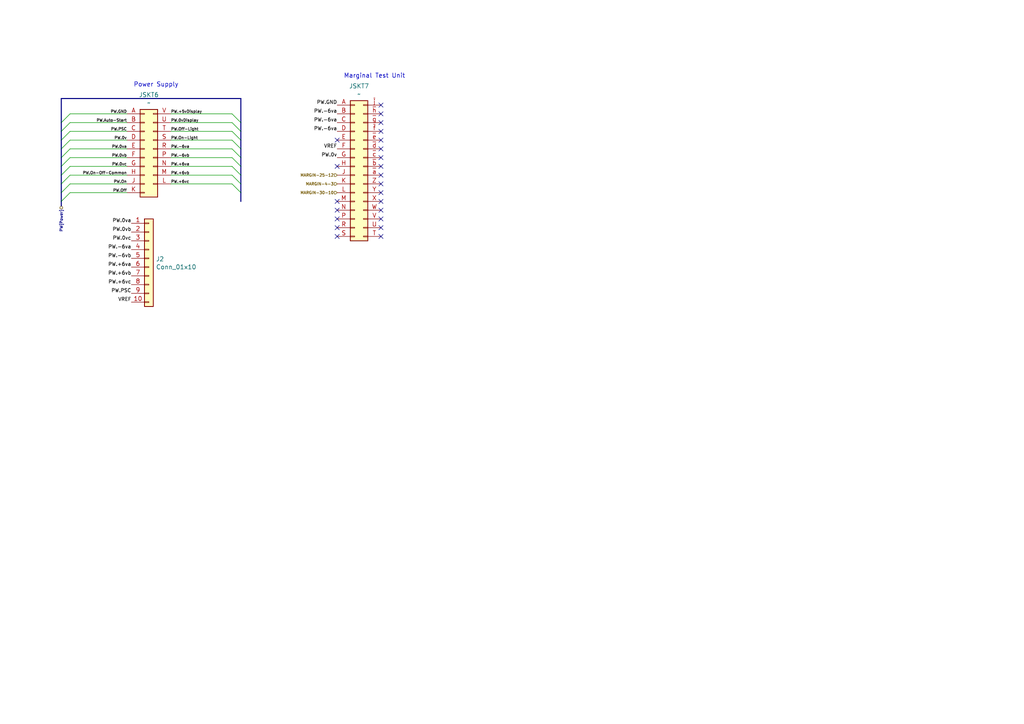
<source format=kicad_sch>
(kicad_sch (version 20211123) (generator eeschema)

  (uuid f64ec743-2609-40a5-9e13-4006f88792c6)

  (paper "A4")

  (title_block
    (title "Sockets")
    (date "2023-02-11")
  )

  (lib_symbols
    (symbol "Connector_Generic:Conn_01x10" (pin_names (offset 1.016) hide) (in_bom yes) (on_board yes)
      (property "Reference" "J" (id 0) (at 0 12.7 0)
        (effects (font (size 1.27 1.27)))
      )
      (property "Value" "Conn_01x10" (id 1) (at 0 -15.24 0)
        (effects (font (size 1.27 1.27)))
      )
      (property "Footprint" "" (id 2) (at 0 0 0)
        (effects (font (size 1.27 1.27)) hide)
      )
      (property "Datasheet" "~" (id 3) (at 0 0 0)
        (effects (font (size 1.27 1.27)) hide)
      )
      (property "ki_keywords" "connector" (id 4) (at 0 0 0)
        (effects (font (size 1.27 1.27)) hide)
      )
      (property "ki_description" "Generic connector, single row, 01x10, script generated (kicad-library-utils/schlib/autogen/connector/)" (id 5) (at 0 0 0)
        (effects (font (size 1.27 1.27)) hide)
      )
      (property "ki_fp_filters" "Connector*:*_1x??_*" (id 6) (at 0 0 0)
        (effects (font (size 1.27 1.27)) hide)
      )
      (symbol "Conn_01x10_1_1"
        (rectangle (start -1.27 -12.573) (end 0 -12.827)
          (stroke (width 0.1524) (type default) (color 0 0 0 0))
          (fill (type none))
        )
        (rectangle (start -1.27 -10.033) (end 0 -10.287)
          (stroke (width 0.1524) (type default) (color 0 0 0 0))
          (fill (type none))
        )
        (rectangle (start -1.27 -7.493) (end 0 -7.747)
          (stroke (width 0.1524) (type default) (color 0 0 0 0))
          (fill (type none))
        )
        (rectangle (start -1.27 -4.953) (end 0 -5.207)
          (stroke (width 0.1524) (type default) (color 0 0 0 0))
          (fill (type none))
        )
        (rectangle (start -1.27 -2.413) (end 0 -2.667)
          (stroke (width 0.1524) (type default) (color 0 0 0 0))
          (fill (type none))
        )
        (rectangle (start -1.27 0.127) (end 0 -0.127)
          (stroke (width 0.1524) (type default) (color 0 0 0 0))
          (fill (type none))
        )
        (rectangle (start -1.27 2.667) (end 0 2.413)
          (stroke (width 0.1524) (type default) (color 0 0 0 0))
          (fill (type none))
        )
        (rectangle (start -1.27 5.207) (end 0 4.953)
          (stroke (width 0.1524) (type default) (color 0 0 0 0))
          (fill (type none))
        )
        (rectangle (start -1.27 7.747) (end 0 7.493)
          (stroke (width 0.1524) (type default) (color 0 0 0 0))
          (fill (type none))
        )
        (rectangle (start -1.27 10.287) (end 0 10.033)
          (stroke (width 0.1524) (type default) (color 0 0 0 0))
          (fill (type none))
        )
        (rectangle (start -1.27 11.43) (end 1.27 -13.97)
          (stroke (width 0.254) (type default) (color 0 0 0 0))
          (fill (type background))
        )
        (pin passive line (at -5.08 10.16 0) (length 3.81)
          (name "Pin_1" (effects (font (size 1.27 1.27))))
          (number "1" (effects (font (size 1.27 1.27))))
        )
        (pin passive line (at -5.08 -12.7 0) (length 3.81)
          (name "Pin_10" (effects (font (size 1.27 1.27))))
          (number "10" (effects (font (size 1.27 1.27))))
        )
        (pin passive line (at -5.08 7.62 0) (length 3.81)
          (name "Pin_2" (effects (font (size 1.27 1.27))))
          (number "2" (effects (font (size 1.27 1.27))))
        )
        (pin passive line (at -5.08 5.08 0) (length 3.81)
          (name "Pin_3" (effects (font (size 1.27 1.27))))
          (number "3" (effects (font (size 1.27 1.27))))
        )
        (pin passive line (at -5.08 2.54 0) (length 3.81)
          (name "Pin_4" (effects (font (size 1.27 1.27))))
          (number "4" (effects (font (size 1.27 1.27))))
        )
        (pin passive line (at -5.08 0 0) (length 3.81)
          (name "Pin_5" (effects (font (size 1.27 1.27))))
          (number "5" (effects (font (size 1.27 1.27))))
        )
        (pin passive line (at -5.08 -2.54 0) (length 3.81)
          (name "Pin_6" (effects (font (size 1.27 1.27))))
          (number "6" (effects (font (size 1.27 1.27))))
        )
        (pin passive line (at -5.08 -5.08 0) (length 3.81)
          (name "Pin_7" (effects (font (size 1.27 1.27))))
          (number "7" (effects (font (size 1.27 1.27))))
        )
        (pin passive line (at -5.08 -7.62 0) (length 3.81)
          (name "Pin_8" (effects (font (size 1.27 1.27))))
          (number "8" (effects (font (size 1.27 1.27))))
        )
        (pin passive line (at -5.08 -10.16 0) (length 3.81)
          (name "Pin_9" (effects (font (size 1.27 1.27))))
          (number "9" (effects (font (size 1.27 1.27))))
        )
      )
    )
    (symbol "Sockets-rescue:Circ19-LSA" (pin_names (offset 1.016) hide) (in_bom yes) (on_board yes)
      (property "Reference" "J" (id 0) (at 6.35 2.54 0)
        (effects (font (size 1.27 1.27)))
      )
      (property "Value" "Circ19-LSA" (id 1) (at 6.35 -25.4 0)
        (effects (font (size 1.27 1.27)))
      )
      (property "Footprint" "" (id 2) (at 5.08 -38.1 0)
        (effects (font (size 1.27 1.27)) hide)
      )
      (property "Datasheet" "" (id 3) (at 5.08 -38.1 0)
        (effects (font (size 1.27 1.27)) hide)
      )
      (property "ki_fp_filters" "Connector*:*2Rows*Pins__* *FCC*2Rows*Pins__*" (id 4) (at 0 0 0)
        (effects (font (size 1.27 1.27)) hide)
      )
      (symbol "Circ19-LSA_1_1"
        (rectangle (start 3.81 -22.733) (end 5.08 -22.987)
          (stroke (width 0.1524) (type default) (color 0 0 0 0))
          (fill (type none))
        )
        (rectangle (start 3.81 -20.193) (end 5.08 -20.447)
          (stroke (width 0.1524) (type default) (color 0 0 0 0))
          (fill (type none))
        )
        (rectangle (start 3.81 -17.653) (end 5.08 -17.907)
          (stroke (width 0.1524) (type default) (color 0 0 0 0))
          (fill (type none))
        )
        (rectangle (start 3.81 -15.113) (end 5.08 -15.367)
          (stroke (width 0.1524) (type default) (color 0 0 0 0))
          (fill (type none))
        )
        (rectangle (start 3.81 -12.573) (end 5.08 -12.827)
          (stroke (width 0.1524) (type default) (color 0 0 0 0))
          (fill (type none))
        )
        (rectangle (start 3.81 -10.033) (end 5.08 -10.287)
          (stroke (width 0.1524) (type default) (color 0 0 0 0))
          (fill (type none))
        )
        (rectangle (start 3.81 -7.493) (end 5.08 -7.747)
          (stroke (width 0.1524) (type default) (color 0 0 0 0))
          (fill (type none))
        )
        (rectangle (start 3.81 -4.953) (end 5.08 -5.207)
          (stroke (width 0.1524) (type default) (color 0 0 0 0))
          (fill (type none))
        )
        (rectangle (start 3.81 -2.413) (end 5.08 -2.667)
          (stroke (width 0.1524) (type default) (color 0 0 0 0))
          (fill (type none))
        )
        (rectangle (start 3.81 0.127) (end 5.08 -0.127)
          (stroke (width 0.1524) (type default) (color 0 0 0 0))
          (fill (type none))
        )
        (rectangle (start 3.81 1.27) (end 8.89 -24.13)
          (stroke (width 0.254) (type default) (color 0 0 0 0))
          (fill (type background))
        )
        (rectangle (start 8.89 -20.193) (end 7.62 -20.447)
          (stroke (width 0.1524) (type default) (color 0 0 0 0))
          (fill (type none))
        )
        (rectangle (start 8.89 -17.653) (end 7.62 -17.907)
          (stroke (width 0.1524) (type default) (color 0 0 0 0))
          (fill (type none))
        )
        (rectangle (start 8.89 -15.113) (end 7.62 -15.367)
          (stroke (width 0.1524) (type default) (color 0 0 0 0))
          (fill (type none))
        )
        (rectangle (start 8.89 -12.573) (end 7.62 -12.827)
          (stroke (width 0.1524) (type default) (color 0 0 0 0))
          (fill (type none))
        )
        (rectangle (start 8.89 -10.033) (end 7.62 -10.287)
          (stroke (width 0.1524) (type default) (color 0 0 0 0))
          (fill (type none))
        )
        (rectangle (start 8.89 -7.493) (end 7.62 -7.747)
          (stroke (width 0.1524) (type default) (color 0 0 0 0))
          (fill (type none))
        )
        (rectangle (start 8.89 -4.953) (end 7.62 -5.207)
          (stroke (width 0.1524) (type default) (color 0 0 0 0))
          (fill (type none))
        )
        (rectangle (start 8.89 -2.413) (end 7.62 -2.667)
          (stroke (width 0.1524) (type default) (color 0 0 0 0))
          (fill (type none))
        )
        (rectangle (start 8.89 0.127) (end 7.62 -0.127)
          (stroke (width 0.1524) (type default) (color 0 0 0 0))
          (fill (type none))
        )
        (pin passive line (at 0 0 0) (length 3.81)
          (name "A" (effects (font (size 1.27 1.27))))
          (number "A" (effects (font (size 1.27 1.27))))
        )
        (pin passive line (at 0 -2.54 0) (length 3.81)
          (name "B" (effects (font (size 1.27 1.27))))
          (number "B" (effects (font (size 1.27 1.27))))
        )
        (pin passive line (at 0 -5.08 0) (length 3.81)
          (name "C" (effects (font (size 1.27 1.27))))
          (number "C" (effects (font (size 1.27 1.27))))
        )
        (pin passive line (at 0 -7.62 0) (length 3.81)
          (name "D" (effects (font (size 1.27 1.27))))
          (number "D" (effects (font (size 1.27 1.27))))
        )
        (pin passive line (at 0 -10.16 0) (length 3.81)
          (name "E" (effects (font (size 1.27 1.27))))
          (number "E" (effects (font (size 1.27 1.27))))
        )
        (pin passive line (at 0 -12.7 0) (length 3.81)
          (name "F" (effects (font (size 1.27 1.27))))
          (number "F" (effects (font (size 1.27 1.27))))
        )
        (pin passive line (at 0 -15.24 0) (length 3.81)
          (name "G" (effects (font (size 1.27 1.27))))
          (number "G" (effects (font (size 1.27 1.27))))
        )
        (pin passive line (at 0 -17.78 0) (length 3.81)
          (name "H" (effects (font (size 1.27 1.27))))
          (number "H" (effects (font (size 1.27 1.27))))
        )
        (pin passive line (at 0 -20.32 0) (length 3.81)
          (name "J" (effects (font (size 1.27 1.27))))
          (number "J" (effects (font (size 1.27 1.27))))
        )
        (pin passive line (at 0 -22.86 0) (length 3.81)
          (name "K" (effects (font (size 1.27 1.27))))
          (number "K" (effects (font (size 1.27 1.27))))
        )
        (pin passive line (at 12.7 -20.32 180) (length 3.81)
          (name "L" (effects (font (size 1.27 1.27))))
          (number "L" (effects (font (size 1.27 1.27))))
        )
        (pin passive line (at 12.7 -17.78 180) (length 3.81)
          (name "M" (effects (font (size 1.27 1.27))))
          (number "M" (effects (font (size 1.27 1.27))))
        )
        (pin passive line (at 12.7 -15.24 180) (length 3.81)
          (name "N" (effects (font (size 1.27 1.27))))
          (number "N" (effects (font (size 1.27 1.27))))
        )
        (pin passive line (at 12.7 -12.7 180) (length 3.81)
          (name "P" (effects (font (size 1.27 1.27))))
          (number "P" (effects (font (size 1.27 1.27))))
        )
        (pin passive line (at 12.7 -10.16 180) (length 3.81)
          (name "R" (effects (font (size 1.27 1.27))))
          (number "R" (effects (font (size 1.27 1.27))))
        )
        (pin passive line (at 12.7 -7.62 180) (length 3.81)
          (name "S" (effects (font (size 1.27 1.27))))
          (number "S" (effects (font (size 1.27 1.27))))
        )
        (pin passive line (at 12.7 -5.08 180) (length 3.81)
          (name "T" (effects (font (size 1.27 1.27))))
          (number "T" (effects (font (size 1.27 1.27))))
        )
        (pin passive line (at 12.7 -2.54 180) (length 3.81)
          (name "U" (effects (font (size 1.27 1.27))))
          (number "U" (effects (font (size 1.27 1.27))))
        )
        (pin passive line (at 12.7 0 180) (length 3.81)
          (name "V" (effects (font (size 1.27 1.27))))
          (number "V" (effects (font (size 1.27 1.27))))
        )
      )
    )
    (symbol "Sockets-rescue:Circ32-LSA" (pin_names (offset 0.0254) hide) (in_bom yes) (on_board yes)
      (property "Reference" "J" (id 0) (at 6.35 -40.64 0)
        (effects (font (size 1.27 1.27)))
      )
      (property "Value" "Circ32-LSA" (id 1) (at 6.35 2.54 0)
        (effects (font (size 1.27 1.27)))
      )
      (property "Footprint" "" (id 2) (at 13.97 -50.8 0)
        (effects (font (size 1.27 1.27)) hide)
      )
      (property "Datasheet" "" (id 3) (at 13.97 -50.8 0)
        (effects (font (size 1.27 1.27)) hide)
      )
      (symbol "Circ32-LSA_1_1"
        (rectangle (start 3.81 -37.973) (end 5.08 -38.227)
          (stroke (width 0.1524) (type default) (color 0 0 0 0))
          (fill (type none))
        )
        (rectangle (start 3.81 -35.433) (end 5.08 -35.687)
          (stroke (width 0.1524) (type default) (color 0 0 0 0))
          (fill (type none))
        )
        (rectangle (start 3.81 -32.893) (end 5.08 -33.147)
          (stroke (width 0.1524) (type default) (color 0 0 0 0))
          (fill (type none))
        )
        (rectangle (start 3.81 -30.353) (end 5.08 -30.607)
          (stroke (width 0.1524) (type default) (color 0 0 0 0))
          (fill (type none))
        )
        (rectangle (start 3.81 -27.813) (end 5.08 -28.067)
          (stroke (width 0.1524) (type default) (color 0 0 0 0))
          (fill (type none))
        )
        (rectangle (start 3.81 -25.273) (end 5.08 -25.527)
          (stroke (width 0.1524) (type default) (color 0 0 0 0))
          (fill (type none))
        )
        (rectangle (start 3.81 -22.733) (end 5.08 -22.987)
          (stroke (width 0.1524) (type default) (color 0 0 0 0))
          (fill (type none))
        )
        (rectangle (start 3.81 -20.193) (end 5.08 -20.447)
          (stroke (width 0.1524) (type default) (color 0 0 0 0))
          (fill (type none))
        )
        (rectangle (start 3.81 -17.653) (end 5.08 -17.907)
          (stroke (width 0.1524) (type default) (color 0 0 0 0))
          (fill (type none))
        )
        (rectangle (start 3.81 -15.113) (end 5.08 -15.367)
          (stroke (width 0.1524) (type default) (color 0 0 0 0))
          (fill (type none))
        )
        (rectangle (start 3.81 -12.573) (end 5.08 -12.827)
          (stroke (width 0.1524) (type default) (color 0 0 0 0))
          (fill (type none))
        )
        (rectangle (start 3.81 -10.033) (end 5.08 -10.287)
          (stroke (width 0.1524) (type default) (color 0 0 0 0))
          (fill (type none))
        )
        (rectangle (start 3.81 -7.493) (end 5.08 -7.747)
          (stroke (width 0.1524) (type default) (color 0 0 0 0))
          (fill (type none))
        )
        (rectangle (start 3.81 -4.953) (end 5.08 -5.207)
          (stroke (width 0.1524) (type default) (color 0 0 0 0))
          (fill (type none))
        )
        (rectangle (start 3.81 -2.413) (end 5.08 -2.667)
          (stroke (width 0.1524) (type default) (color 0 0 0 0))
          (fill (type none))
        )
        (rectangle (start 3.81 0.127) (end 5.08 -0.127)
          (stroke (width 0.1524) (type default) (color 0 0 0 0))
          (fill (type none))
        )
        (rectangle (start 8.89 -37.973) (end 7.62 -38.227)
          (stroke (width 0.1524) (type default) (color 0 0 0 0))
          (fill (type none))
        )
        (rectangle (start 8.89 -35.433) (end 7.62 -35.687)
          (stroke (width 0.1524) (type default) (color 0 0 0 0))
          (fill (type none))
        )
        (rectangle (start 8.89 -32.893) (end 7.62 -33.147)
          (stroke (width 0.1524) (type default) (color 0 0 0 0))
          (fill (type none))
        )
        (rectangle (start 8.89 -30.353) (end 7.62 -30.607)
          (stroke (width 0.1524) (type default) (color 0 0 0 0))
          (fill (type none))
        )
        (rectangle (start 8.89 -27.813) (end 7.62 -28.067)
          (stroke (width 0.1524) (type default) (color 0 0 0 0))
          (fill (type none))
        )
        (rectangle (start 8.89 -25.273) (end 7.62 -25.527)
          (stroke (width 0.1524) (type default) (color 0 0 0 0))
          (fill (type none))
        )
        (rectangle (start 8.89 -22.733) (end 7.62 -22.987)
          (stroke (width 0.1524) (type default) (color 0 0 0 0))
          (fill (type none))
        )
        (rectangle (start 8.89 -20.193) (end 7.62 -20.447)
          (stroke (width 0.1524) (type default) (color 0 0 0 0))
          (fill (type none))
        )
        (rectangle (start 8.89 -17.653) (end 7.62 -17.907)
          (stroke (width 0.1524) (type default) (color 0 0 0 0))
          (fill (type none))
        )
        (rectangle (start 8.89 -15.113) (end 7.62 -15.367)
          (stroke (width 0.1524) (type default) (color 0 0 0 0))
          (fill (type none))
        )
        (rectangle (start 8.89 -12.573) (end 7.62 -12.827)
          (stroke (width 0.1524) (type default) (color 0 0 0 0))
          (fill (type none))
        )
        (rectangle (start 8.89 -10.033) (end 7.62 -10.287)
          (stroke (width 0.1524) (type default) (color 0 0 0 0))
          (fill (type none))
        )
        (rectangle (start 8.89 -7.493) (end 7.62 -7.747)
          (stroke (width 0.1524) (type default) (color 0 0 0 0))
          (fill (type none))
        )
        (rectangle (start 8.89 -4.953) (end 7.62 -5.207)
          (stroke (width 0.1524) (type default) (color 0 0 0 0))
          (fill (type none))
        )
        (rectangle (start 8.89 -2.413) (end 7.62 -2.667)
          (stroke (width 0.1524) (type default) (color 0 0 0 0))
          (fill (type none))
        )
        (rectangle (start 8.89 0.127) (end 7.62 -0.127)
          (stroke (width 0.1524) (type default) (color 0 0 0 0))
          (fill (type none))
        )
        (rectangle (start 8.89 1.27) (end 3.81 -39.37)
          (stroke (width 0.254) (type default) (color 0 0 0 0))
          (fill (type background))
        )
        (pin passive line (at 0 0 0) (length 3.81)
          (name "A" (effects (font (size 1.27 1.27))))
          (number "A" (effects (font (size 1.27 1.27))))
        )
        (pin passive line (at 0 -2.54 0) (length 3.81)
          (name "B" (effects (font (size 1.27 1.27))))
          (number "B" (effects (font (size 1.27 1.27))))
        )
        (pin passive line (at 0 -5.08 0) (length 3.81)
          (name "C" (effects (font (size 1.27 1.27))))
          (number "C" (effects (font (size 1.27 1.27))))
        )
        (pin passive line (at 0 -7.62 0) (length 3.81)
          (name "D" (effects (font (size 1.27 1.27))))
          (number "D" (effects (font (size 1.27 1.27))))
        )
        (pin passive line (at 0 -10.16 0) (length 3.81)
          (name "E" (effects (font (size 1.27 1.27))))
          (number "E" (effects (font (size 1.27 1.27))))
        )
        (pin passive line (at 0 -12.7 0) (length 3.81)
          (name "F" (effects (font (size 1.27 1.27))))
          (number "F" (effects (font (size 1.27 1.27))))
        )
        (pin passive line (at 0 -15.24 0) (length 3.81)
          (name "G" (effects (font (size 1.27 1.27))))
          (number "G" (effects (font (size 1.27 1.27))))
        )
        (pin passive line (at 0 -17.78 0) (length 3.81)
          (name "H" (effects (font (size 1.27 1.27))))
          (number "H" (effects (font (size 1.27 1.27))))
        )
        (pin passive line (at 0 -20.32 0) (length 3.81)
          (name "J" (effects (font (size 1.27 1.27))))
          (number "J" (effects (font (size 1.27 1.27))))
        )
        (pin passive line (at 0 -22.86 0) (length 3.81)
          (name "K" (effects (font (size 1.27 1.27))))
          (number "K" (effects (font (size 1.27 1.27))))
        )
        (pin passive line (at 0 -25.4 0) (length 3.81)
          (name "L" (effects (font (size 1.27 1.27))))
          (number "L" (effects (font (size 1.27 1.27))))
        )
        (pin passive line (at 0 -27.94 0) (length 3.81)
          (name "M" (effects (font (size 1.27 1.27))))
          (number "M" (effects (font (size 1.27 1.27))))
        )
        (pin passive line (at 0 -30.48 0) (length 3.81)
          (name "N" (effects (font (size 1.27 1.27))))
          (number "N" (effects (font (size 1.27 1.27))))
        )
        (pin passive line (at 0 -33.02 0) (length 3.81)
          (name "P" (effects (font (size 1.27 1.27))))
          (number "P" (effects (font (size 1.27 1.27))))
        )
        (pin passive line (at 0 -35.56 0) (length 3.81)
          (name "R" (effects (font (size 1.27 1.27))))
          (number "R" (effects (font (size 1.27 1.27))))
        )
        (pin passive line (at 0 -38.1 0) (length 3.81)
          (name "S" (effects (font (size 1.27 1.27))))
          (number "S" (effects (font (size 1.27 1.27))))
        )
        (pin passive line (at 12.7 -38.1 180) (length 3.81)
          (name "T" (effects (font (size 1.27 1.27))))
          (number "T" (effects (font (size 1.27 1.27))))
        )
        (pin passive line (at 12.7 -35.56 180) (length 3.81)
          (name "U" (effects (font (size 1.27 1.27))))
          (number "U" (effects (font (size 1.27 1.27))))
        )
        (pin passive line (at 12.7 -33.02 180) (length 3.81)
          (name "V" (effects (font (size 1.27 1.27))))
          (number "V" (effects (font (size 1.27 1.27))))
        )
        (pin passive line (at 12.7 -30.48 180) (length 3.81)
          (name "W" (effects (font (size 1.27 1.27))))
          (number "W" (effects (font (size 1.27 1.27))))
        )
        (pin passive line (at 12.7 -27.94 180) (length 3.81)
          (name "X" (effects (font (size 1.27 1.27))))
          (number "X" (effects (font (size 1.27 1.27))))
        )
        (pin passive line (at 12.7 -25.4 180) (length 3.81)
          (name "Y" (effects (font (size 1.27 1.27))))
          (number "Y" (effects (font (size 1.27 1.27))))
        )
        (pin passive line (at 12.7 -22.86 180) (length 3.81)
          (name "Z" (effects (font (size 1.27 1.27))))
          (number "Z" (effects (font (size 1.27 1.27))))
        )
        (pin passive line (at 12.7 -20.32 180) (length 3.81)
          (name "~{a}" (effects (font (size 1.27 1.27))))
          (number "~{a}" (effects (font (size 1.27 1.27))))
        )
        (pin passive line (at 12.7 -17.78 180) (length 3.81)
          (name "~{b}" (effects (font (size 1.27 1.27))))
          (number "~{b}" (effects (font (size 1.27 1.27))))
        )
        (pin passive line (at 12.7 -15.24 180) (length 3.81)
          (name "~{c}" (effects (font (size 1.27 1.27))))
          (number "~{c}" (effects (font (size 1.27 1.27))))
        )
        (pin passive line (at 12.7 -12.7 180) (length 3.81)
          (name "~{d}" (effects (font (size 1.27 1.27))))
          (number "~{d}" (effects (font (size 1.27 1.27))))
        )
        (pin passive line (at 12.7 -10.16 180) (length 3.81)
          (name "~{e}" (effects (font (size 1.27 1.27))))
          (number "~{e}" (effects (font (size 1.27 1.27))))
        )
        (pin passive line (at 12.7 -7.62 180) (length 3.81)
          (name "~{f}" (effects (font (size 1.27 1.27))))
          (number "~{f}" (effects (font (size 1.27 1.27))))
        )
        (pin passive line (at 12.7 -5.08 180) (length 3.81)
          (name "~{g}" (effects (font (size 1.27 1.27))))
          (number "~{g}" (effects (font (size 1.27 1.27))))
        )
        (pin passive line (at 12.7 -2.54 180) (length 3.81)
          (name "~{h}" (effects (font (size 1.27 1.27))))
          (number "~{h}" (effects (font (size 1.27 1.27))))
        )
        (pin passive line (at 12.7 0 180) (length 3.81)
          (name "~{j}" (effects (font (size 1.27 1.27))))
          (number "~{j}" (effects (font (size 1.27 1.27))))
        )
      )
    )
  )



  (no_connect (at 110.49 53.34) (uuid 03de9dab-7054-4421-9c49-782d87206f12))
  (no_connect (at 97.79 58.42) (uuid 132ce2b3-f7ce-4777-802e-3e01b30d1d07))
  (no_connect (at 97.79 40.64) (uuid 1efc5a3c-3117-4bb3-a567-edcb666091ae))
  (no_connect (at 110.49 58.42) (uuid 355e2168-22e4-4dbe-867e-6ffe2e5768a4))
  (no_connect (at 110.49 35.56) (uuid 38216b3f-049f-46e3-a81a-64299cb727f1))
  (no_connect (at 110.49 45.72) (uuid 38a98261-df0d-486c-acf9-2d6938149f46))
  (no_connect (at 97.79 60.96) (uuid 39dc826d-81e9-4c42-ba03-bc95a484695a))
  (no_connect (at 110.49 40.64) (uuid 4a848587-719f-4242-aa7d-733674101c31))
  (no_connect (at 97.79 66.04) (uuid 4ab92eb9-987e-432b-8072-29b721db6ed3))
  (no_connect (at 97.79 63.5) (uuid 5257637c-a244-4046-a43e-e1db0b3cd683))
  (no_connect (at 110.49 43.18) (uuid 5eb589c8-52b5-4513-8811-d2dbd822be03))
  (no_connect (at 110.49 48.26) (uuid 89fe8a9d-01a3-4b69-ab8b-7601b1ed2db4))
  (no_connect (at 110.49 63.5) (uuid 95297895-9fea-4910-a5ef-408d0451223b))
  (no_connect (at 110.49 38.1) (uuid a81328d7-40f5-4672-a256-6b7b21337799))
  (no_connect (at 110.49 33.02) (uuid af69602e-8306-4580-9685-bdfb244fcc5f))
  (no_connect (at 110.49 68.58) (uuid bc70826d-5623-48c2-9364-eeba2da4cb39))
  (no_connect (at 110.49 60.96) (uuid cf4f6e24-d026-4e32-89db-eacc63d890a8))
  (no_connect (at 97.79 48.26) (uuid d64eda4d-0293-4c2c-af81-8ca4156fe0f7))
  (no_connect (at 97.79 68.58) (uuid e2dd0b46-e3e4-4568-bd29-e76decfd23a2))
  (no_connect (at 110.49 55.88) (uuid ef99a507-255b-450c-b6e8-72520fbb923d))
  (no_connect (at 110.49 30.48) (uuid f273cd63-55e8-4e41-8b37-4c2c293ed72d))
  (no_connect (at 110.49 66.04) (uuid f72ef62e-1e5f-4d73-be83-7b9192b630ce))
  (no_connect (at 110.49 50.8) (uuid fbe06ab6-23c6-4f41-8a03-d205e497b6d3))

  (bus_entry (at 17.78 43.18) (size 2.54 -2.54)
    (stroke (width 0) (type default) (color 0 0 0 0))
    (uuid 08526f9c-f95e-448a-a4ba-fabeaed174a4)
  )
  (bus_entry (at 69.85 55.88) (size -2.54 -2.54)
    (stroke (width 0) (type default) (color 0 0 0 0))
    (uuid 1bb0282c-8d37-49e0-9192-44ef4da69714)
  )
  (bus_entry (at 17.78 58.42) (size 2.54 -2.54)
    (stroke (width 0) (type default) (color 0 0 0 0))
    (uuid 2e6a6c4a-dd60-439b-9a0e-70adbc02eeda)
  )
  (bus_entry (at 69.85 53.34) (size -2.54 -2.54)
    (stroke (width 0) (type default) (color 0 0 0 0))
    (uuid 4624baf9-b35f-4c3a-a566-5e3b2d5536c6)
  )
  (bus_entry (at 69.85 45.72) (size -2.54 -2.54)
    (stroke (width 0) (type default) (color 0 0 0 0))
    (uuid 4c55ba26-21e6-4daf-8e42-9aab758a2e24)
  )
  (bus_entry (at 17.78 55.88) (size 2.54 -2.54)
    (stroke (width 0) (type default) (color 0 0 0 0))
    (uuid 581db0a9-be73-410c-b10b-952bdf28128f)
  )
  (bus_entry (at 17.78 48.26) (size 2.54 -2.54)
    (stroke (width 0) (type default) (color 0 0 0 0))
    (uuid 5ff998c9-1890-4c23-973c-e61ae699ec33)
  )
  (bus_entry (at 17.78 50.8) (size 2.54 -2.54)
    (stroke (width 0) (type default) (color 0 0 0 0))
    (uuid 932d0bec-2f8f-4804-bc2d-2df82c46e902)
  )
  (bus_entry (at 17.78 35.56) (size 2.54 -2.54)
    (stroke (width 0) (type default) (color 0 0 0 0))
    (uuid 93e629e4-8e8c-4c61-9c25-c8e27de38d88)
  )
  (bus_entry (at 69.85 48.26) (size -2.54 -2.54)
    (stroke (width 0) (type default) (color 0 0 0 0))
    (uuid 9a4bfa2d-4aa0-4ec7-8dcf-5ce4ad2fcbc0)
  )
  (bus_entry (at 69.85 35.56) (size -2.54 -2.54)
    (stroke (width 0) (type default) (color 0 0 0 0))
    (uuid b16212b7-f0e9-43b3-9ae2-0cbefa263e46)
  )
  (bus_entry (at 17.78 40.64) (size 2.54 -2.54)
    (stroke (width 0) (type default) (color 0 0 0 0))
    (uuid b6c9335f-c1e0-4560-a660-908fe9923835)
  )
  (bus_entry (at 17.78 38.1) (size 2.54 -2.54)
    (stroke (width 0) (type default) (color 0 0 0 0))
    (uuid cabc9de8-4e1a-428c-af28-4d91a0318292)
  )
  (bus_entry (at 69.85 43.18) (size -2.54 -2.54)
    (stroke (width 0) (type default) (color 0 0 0 0))
    (uuid e4a381a8-fb0d-406b-926a-cd65ac45530b)
  )
  (bus_entry (at 69.85 50.8) (size -2.54 -2.54)
    (stroke (width 0) (type default) (color 0 0 0 0))
    (uuid e8cb89aa-df56-48f3-8b1d-9b3e5da25f1c)
  )
  (bus_entry (at 69.85 40.64) (size -2.54 -2.54)
    (stroke (width 0) (type default) (color 0 0 0 0))
    (uuid ec68ba4e-76da-4262-96df-1cf8064c3546)
  )
  (bus_entry (at 69.85 38.1) (size -2.54 -2.54)
    (stroke (width 0) (type default) (color 0 0 0 0))
    (uuid efdfd327-26bd-4e86-84ac-1b200e98a1b0)
  )
  (bus_entry (at 17.78 53.34) (size 2.54 -2.54)
    (stroke (width 0) (type default) (color 0 0 0 0))
    (uuid f1fdcb68-6c1b-4489-9aaa-5ca81c1f087a)
  )
  (bus_entry (at 17.78 45.72) (size 2.54 -2.54)
    (stroke (width 0) (type default) (color 0 0 0 0))
    (uuid fb52d8cb-6e89-4f07-a7a9-c4559e775cd1)
  )

  (bus (pts (xy 17.78 53.34) (xy 17.78 55.88))
    (stroke (width 0) (type default) (color 0 0 0 0))
    (uuid 0413f3c6-5624-423c-997c-0af6f2a5de39)
  )

  (wire (pts (xy 20.32 45.72) (xy 36.83 45.72))
    (stroke (width 0) (type default) (color 0 0 0 0))
    (uuid 136e35f1-72bd-440a-b445-53b0e2a5f948)
  )
  (wire (pts (xy 20.32 43.18) (xy 36.83 43.18))
    (stroke (width 0) (type default) (color 0 0 0 0))
    (uuid 18d3ffc5-999d-443c-b59f-c0ca4b8724e6)
  )
  (wire (pts (xy 49.53 50.8) (xy 67.31 50.8))
    (stroke (width 0) (type default) (color 0 0 0 0))
    (uuid 19b64a13-e29e-4eac-81a8-3ece43d9ba60)
  )
  (bus (pts (xy 69.85 35.56) (xy 69.85 38.1))
    (stroke (width 0) (type default) (color 0 0 0 0))
    (uuid 1d1017c3-0e8a-457b-b39e-0e4ff3f0cc31)
  )
  (bus (pts (xy 17.78 40.64) (xy 17.78 43.18))
    (stroke (width 0) (type default) (color 0 0 0 0))
    (uuid 1de56391-ff95-42e1-8c9a-f51c7abe86d0)
  )

  (wire (pts (xy 20.32 48.26) (xy 36.83 48.26))
    (stroke (width 0) (type default) (color 0 0 0 0))
    (uuid 352fadc6-b2bd-49ad-b913-f57455db0dcf)
  )
  (wire (pts (xy 49.53 35.56) (xy 67.31 35.56))
    (stroke (width 0) (type default) (color 0 0 0 0))
    (uuid 3dcbfa71-a01d-42fb-aca6-878b486c9cd5)
  )
  (bus (pts (xy 17.78 58.42) (xy 17.78 59.69))
    (stroke (width 0) (type default) (color 0 0 0 0))
    (uuid 443a309e-18e2-4aca-904d-49fd26e0c27d)
  )
  (bus (pts (xy 69.85 45.72) (xy 69.85 48.26))
    (stroke (width 0) (type default) (color 0 0 0 0))
    (uuid 4fa38d2f-6aa7-46a8-8d18-c04f8397e2ab)
  )
  (bus (pts (xy 17.78 50.8) (xy 17.78 53.34))
    (stroke (width 0) (type default) (color 0 0 0 0))
    (uuid 636cc670-c5c7-43ab-b076-605dd2f61aa7)
  )
  (bus (pts (xy 17.78 28.575) (xy 69.85 28.575))
    (stroke (width 0) (type default) (color 0 0 0 0))
    (uuid 63eb1ef4-d4a6-47cb-9a22-9a294ab172f0)
  )
  (bus (pts (xy 69.85 28.575) (xy 69.85 35.56))
    (stroke (width 0) (type default) (color 0 0 0 0))
    (uuid 67a20d98-dd06-4678-ba59-41ceafcb5e76)
  )
  (bus (pts (xy 69.85 48.26) (xy 69.85 50.8))
    (stroke (width 0) (type default) (color 0 0 0 0))
    (uuid 709b1eed-6069-42d6-a6f9-eb371ff43b48)
  )

  (wire (pts (xy 20.32 33.02) (xy 36.83 33.02))
    (stroke (width 0) (type default) (color 0 0 0 0))
    (uuid 759547b5-dd7c-468e-bfcd-18c4e522894b)
  )
  (bus (pts (xy 69.85 55.88) (xy 69.85 58.42))
    (stroke (width 0) (type default) (color 0 0 0 0))
    (uuid 82f86d0d-e01a-4e8a-a5f9-903ecb2ca165)
  )
  (bus (pts (xy 17.78 43.18) (xy 17.78 45.72))
    (stroke (width 0) (type default) (color 0 0 0 0))
    (uuid 83b98819-b0e6-412b-a97e-19960461d4fc)
  )

  (wire (pts (xy 20.32 40.64) (xy 36.83 40.64))
    (stroke (width 0) (type default) (color 0 0 0 0))
    (uuid 89e5d693-31c1-4abd-bd1a-700dc803da3b)
  )
  (bus (pts (xy 17.78 35.56) (xy 17.78 38.1))
    (stroke (width 0) (type default) (color 0 0 0 0))
    (uuid 8bf763be-4c62-4232-b8ad-73929e38d614)
  )

  (wire (pts (xy 20.32 50.8) (xy 36.83 50.8))
    (stroke (width 0) (type default) (color 0 0 0 0))
    (uuid a94ca6bb-62ca-4b73-88b5-2a5205dcdeb5)
  )
  (wire (pts (xy 49.53 53.34) (xy 67.31 53.34))
    (stroke (width 0) (type default) (color 0 0 0 0))
    (uuid ab7e8434-a421-400d-9341-6001c0c56ae5)
  )
  (bus (pts (xy 17.78 38.1) (xy 17.78 40.64))
    (stroke (width 0) (type default) (color 0 0 0 0))
    (uuid afac653d-81a2-4de7-a3c5-6c4ee6434e8c)
  )
  (bus (pts (xy 17.78 55.88) (xy 17.78 58.42))
    (stroke (width 0) (type default) (color 0 0 0 0))
    (uuid b069c402-56a3-4b65-a4dd-69ee4bbfebef)
  )
  (bus (pts (xy 69.85 50.8) (xy 69.85 53.34))
    (stroke (width 0) (type default) (color 0 0 0 0))
    (uuid b208279e-033a-4b4a-a6fe-19e0708664f7)
  )
  (bus (pts (xy 69.85 40.64) (xy 69.85 43.18))
    (stroke (width 0) (type default) (color 0 0 0 0))
    (uuid b24a43a4-c231-46c0-8ebc-a981deb7336b)
  )
  (bus (pts (xy 17.78 48.26) (xy 17.78 50.8))
    (stroke (width 0) (type default) (color 0 0 0 0))
    (uuid b4e2b2ff-8cc1-4bfe-b892-c594106b71d9)
  )

  (wire (pts (xy 49.53 48.26) (xy 67.31 48.26))
    (stroke (width 0) (type default) (color 0 0 0 0))
    (uuid c7f1f277-7693-493e-b9fe-b784a4d9254b)
  )
  (wire (pts (xy 49.53 40.64) (xy 67.31 40.64))
    (stroke (width 0) (type default) (color 0 0 0 0))
    (uuid cc82ec9e-cead-485a-b3ff-cfb9d1661566)
  )
  (bus (pts (xy 69.85 43.18) (xy 69.85 45.72))
    (stroke (width 0) (type default) (color 0 0 0 0))
    (uuid ccfa098b-984a-4002-bfdc-d813604140c6)
  )

  (wire (pts (xy 20.32 53.34) (xy 36.83 53.34))
    (stroke (width 0) (type default) (color 0 0 0 0))
    (uuid cdc146a8-2a8a-4e56-9d7d-e2614eef7498)
  )
  (bus (pts (xy 17.78 45.72) (xy 17.78 48.26))
    (stroke (width 0) (type default) (color 0 0 0 0))
    (uuid d1ea9f02-3ad9-4207-bd36-4460a90a0253)
  )
  (bus (pts (xy 69.85 53.34) (xy 69.85 55.88))
    (stroke (width 0) (type default) (color 0 0 0 0))
    (uuid dcf4245e-62f3-4f00-b43e-065702c9d178)
  )

  (wire (pts (xy 49.53 43.18) (xy 67.31 43.18))
    (stroke (width 0) (type default) (color 0 0 0 0))
    (uuid df1d5856-735a-4079-859a-0ea43ed8ac87)
  )
  (bus (pts (xy 69.85 38.1) (xy 69.85 40.64))
    (stroke (width 0) (type default) (color 0 0 0 0))
    (uuid df574f33-4bab-4cac-9516-a351f41a0f01)
  )

  (wire (pts (xy 49.53 33.02) (xy 67.31 33.02))
    (stroke (width 0) (type default) (color 0 0 0 0))
    (uuid e0a5c282-fec9-407a-a9e9-3d6c06cc9d1b)
  )
  (wire (pts (xy 49.53 45.72) (xy 67.31 45.72))
    (stroke (width 0) (type default) (color 0 0 0 0))
    (uuid e5442504-3af1-413e-918c-c47dc68413ea)
  )
  (bus (pts (xy 17.78 28.575) (xy 17.78 35.56))
    (stroke (width 0) (type default) (color 0 0 0 0))
    (uuid e6bdeca0-8673-4501-adf2-8f2e3f4c2807)
  )

  (wire (pts (xy 20.32 55.88) (xy 36.83 55.88))
    (stroke (width 0) (type default) (color 0 0 0 0))
    (uuid eb4a305f-ab73-4de9-a09a-5cec8775e334)
  )
  (wire (pts (xy 49.53 38.1) (xy 67.31 38.1))
    (stroke (width 0) (type default) (color 0 0 0 0))
    (uuid f2610bcc-262f-4263-a772-0f77ff881d9d)
  )
  (wire (pts (xy 20.32 38.1) (xy 36.83 38.1))
    (stroke (width 0) (type default) (color 0 0 0 0))
    (uuid f6a5cfab-e4bb-4f26-ab1e-c70704ad8f30)
  )
  (wire (pts (xy 20.32 35.56) (xy 36.83 35.56))
    (stroke (width 0) (type default) (color 0 0 0 0))
    (uuid fb8d9c5e-3456-459e-a1a9-d36e35f38eea)
  )

  (text "Power Supply" (at 38.735 25.4 0)
    (effects (font (size 1.27 1.27)) (justify left bottom))
    (uuid 266cdafd-6b2c-4a5c-b94d-b58b2aaf5e53)
  )
  (text "Marginal Test Unit" (at 99.695 22.86 0)
    (effects (font (size 1.27 1.27)) (justify left bottom))
    (uuid 538d86ba-0cec-42a8-b32e-b32d5eff9e08)
  )

  (label "PW.+6vc" (at 49.53 53.34 0)
    (effects (font (size 0.8128 0.8128)) (justify left bottom))
    (uuid 1755f870-c08f-4ca1-aef2-f4b8f8780d5c)
  )
  (label "PW.PSC" (at 36.83 38.1 180)
    (effects (font (size 0.8128 0.8128)) (justify right bottom))
    (uuid 2024a5e4-e5fd-4d35-99c3-1db87879d38a)
  )
  (label "PW.PSC" (at 38.1 85.09 180)
    (effects (font (size 1.016 1.016)) (justify right bottom))
    (uuid 2a35e001-abfe-48d9-a4c6-95917eef4d18)
  )
  (label "PW.+6va" (at 49.53 48.26 0)
    (effects (font (size 0.8128 0.8128)) (justify left bottom))
    (uuid 2b1a35a4-5bcd-425a-b478-db71256b9191)
  )
  (label "PW.-6va" (at 97.79 33.02 180)
    (effects (font (size 1.016 1.016)) (justify right bottom))
    (uuid 38f56294-9e26-4304-818f-fb4194b15d8b)
  )
  (label "PW.0vDisplay" (at 49.53 35.56 0)
    (effects (font (size 0.8128 0.8128)) (justify left bottom))
    (uuid 4625b80e-5db2-4853-a625-ee79cdcfcc9a)
  )
  (label "PW.+6va" (at 38.1 77.47 180)
    (effects (font (size 1.016 1.016)) (justify right bottom))
    (uuid 4c078274-55f4-43f1-b38f-03f9735e0af5)
  )
  (label "PW.-6va" (at 38.1 72.39 180)
    (effects (font (size 1.016 1.016)) (justify right bottom))
    (uuid 4c471ebe-2370-4575-b6bf-bc0e3a2ab111)
  )
  (label "PW.+5vDisplay" (at 49.53 33.02 0)
    (effects (font (size 0.8128 0.8128)) (justify left bottom))
    (uuid 4ccb9121-d2f1-4692-9221-9a7e76021f06)
  )
  (label "PW.On-Light" (at 49.53 40.64 0)
    (effects (font (size 0.8128 0.8128)) (justify left bottom))
    (uuid 5750aa56-6501-497f-8b1b-821200c430b0)
  )
  (label "PW.-6va" (at 97.79 38.1 180)
    (effects (font (size 1.016 1.016)) (justify right bottom))
    (uuid 5827ee31-7de9-4860-803b-3a393c54b79d)
  )
  (label "VREF" (at 97.79 43.18 180)
    (effects (font (size 1.016 1.016)) (justify right bottom))
    (uuid 58b0d453-ccbf-4fb5-a924-1687921a4322)
  )
  (label "PW.+6vc" (at 38.1 82.55 180)
    (effects (font (size 1.016 1.016)) (justify right bottom))
    (uuid 656e6a05-8125-43dd-a262-261b0b76898d)
  )
  (label "PW.+6vb" (at 38.1 80.01 180)
    (effects (font (size 1.016 1.016)) (justify right bottom))
    (uuid 68e5c71c-4830-4363-b48c-ee1a34a6547b)
  )
  (label "PW.-6va" (at 49.53 43.18 0)
    (effects (font (size 0.8128 0.8128)) (justify left bottom))
    (uuid 6af1d233-760e-471b-9ee2-c76582b49e4c)
  )
  (label "PW.GND" (at 36.83 33.02 180)
    (effects (font (size 0.8128 0.8128)) (justify right bottom))
    (uuid 6e81795a-8cfa-45ef-b821-485f85f99965)
  )
  (label "PW.0vb" (at 38.1 67.31 180)
    (effects (font (size 1.016 1.016)) (justify right bottom))
    (uuid 6f14cb1b-f77f-4752-90ca-74292d6cfd65)
  )
  (label "VREF" (at 38.1 87.63 180)
    (effects (font (size 1.016 1.016)) (justify right bottom))
    (uuid 7875e288-bdca-47f2-8ab3-6c883a42c124)
  )
  (label "PW.GND" (at 97.79 30.48 180)
    (effects (font (size 1.016 1.016)) (justify right bottom))
    (uuid 7e05907a-9d9e-452a-be68-276b0865afa6)
  )
  (label "PW.+6vb" (at 49.53 50.8 0)
    (effects (font (size 0.8128 0.8128)) (justify left bottom))
    (uuid 811a3c61-4087-4232-8ce0-45d5f394e45d)
  )
  (label "PW.Off-Light" (at 49.53 38.1 0)
    (effects (font (size 0.8128 0.8128)) (justify left bottom))
    (uuid 81bb7a5e-9176-4ec8-9cba-ffb284fb0559)
  )
  (label "PW.0v" (at 36.83 40.64 180)
    (effects (font (size 0.8128 0.8128)) (justify right bottom))
    (uuid 86a9bdbd-db71-4c26-80a6-b9e62bb938fe)
  )
  (label "PW.-6va" (at 97.79 35.56 180)
    (effects (font (size 1.016 1.016)) (justify right bottom))
    (uuid 926b3706-17f2-4c63-b67d-75db0802fa95)
  )
  (label "PW.Off" (at 36.83 55.88 180)
    (effects (font (size 0.8128 0.8128)) (justify right bottom))
    (uuid 985ca575-dbea-4bb5-bfbe-52b8548301be)
  )
  (label "PW.Auto-Start" (at 36.83 35.56 180)
    (effects (font (size 0.8128 0.8128)) (justify right bottom))
    (uuid 9f1f9a76-b8ae-46c6-a490-e6b1e64b1b49)
  )
  (label "PW.0va" (at 38.1 64.77 180)
    (effects (font (size 1.016 1.016)) (justify right bottom))
    (uuid a4c759bf-30b7-48af-9d59-f23fab309842)
  )
  (label "PW.0vc" (at 38.1 69.85 180)
    (effects (font (size 1.016 1.016)) (justify right bottom))
    (uuid bf340598-ffe2-4a8c-942d-7560e0d94662)
  )
  (label "PW.0vb" (at 36.83 45.72 180)
    (effects (font (size 0.8128 0.8128)) (justify right bottom))
    (uuid ccbe7d5a-05f5-4bd9-bb9f-873640fe47b1)
  )
  (label "PW.-6vb" (at 38.1 74.93 180)
    (effects (font (size 1.016 1.016)) (justify right bottom))
    (uuid cf95298e-6f07-40b8-84f6-7a0b0f592d5f)
  )
  (label "PW.0vc" (at 36.83 48.26 180)
    (effects (font (size 0.8128 0.8128)) (justify right bottom))
    (uuid d5b7bbb0-186d-4ebf-b7ad-74028ce4de52)
  )
  (label "PW.On" (at 36.83 53.34 180)
    (effects (font (size 0.8128 0.8128)) (justify right bottom))
    (uuid dc5b55ea-ebcf-4efe-aa3b-5662e183d28b)
  )
  (label "PW.0v" (at 97.79 45.72 180)
    (effects (font (size 1.016 1.016)) (justify right bottom))
    (uuid de96f640-ef23-4bf9-b2c6-b4d40749e20b)
  )
  (label "PW.-6vb" (at 49.53 45.72 0)
    (effects (font (size 0.8128 0.8128)) (justify left bottom))
    (uuid ed5a94c9-f216-48eb-8d8c-6d9d29560fa1)
  )
  (label "PW.0va" (at 36.83 43.18 180)
    (effects (font (size 0.8128 0.8128)) (justify right bottom))
    (uuid eeef2502-cc8b-4412-b231-6b03e6b78c36)
  )
  (label "PW.On-Off-Common" (at 36.83 50.8 180)
    (effects (font (size 0.8128 0.8128)) (justify right bottom))
    (uuid f652e12c-14b1-4eb5-b4bf-640a4562f4d9)
  )

  (hierarchical_label "MARGIN-25-12" (shape input) (at 97.79 50.8 180)
    (effects (font (size 0.8128 0.8128)) (justify right))
    (uuid 0aea9ebe-0e2d-4570-84b1-f2cd6c71a3d1)
  )
  (hierarchical_label "MARGIN-4-3" (shape input) (at 97.79 53.34 180)
    (effects (font (size 0.8128 0.8128)) (justify right))
    (uuid 0b90aa6b-7cb6-4c88-848a-26d2ed99f657)
  )
  (hierarchical_label "MARGIN-30-10" (shape input) (at 97.79 55.88 180)
    (effects (font (size 0.8128 0.8128)) (justify right))
    (uuid 0fd8ab3d-88e1-4e08-aa94-8d9ac4bc813d)
  )
  (hierarchical_label "PW{Power}" (shape input) (at 17.78 59.69 270)
    (effects (font (size 0.8128 0.8128)) (justify right))
    (uuid c97f82a4-8489-4982-9ca6-b59ac9b118d6)
  )

  (symbol (lib_id "Sockets-rescue:Circ19-LSA") (at 36.83 33.02 0) (unit 1)
    (in_bom yes) (on_board yes)
    (uuid 00000000-0000-0000-0000-00005f2f7c43)
    (property "Reference" "JSKT6" (id 0) (at 43.18 27.5082 0))
    (property "Value" "~" (id 1) (at 43.18 29.8196 0))
    (property "Footprint" "ELLIOTT:MC19" (id 2) (at 41.91 71.12 0)
      (effects (font (size 1.27 1.27)) hide)
    )
    (property "Datasheet" "~" (id 3) (at 41.91 71.12 0)
      (effects (font (size 1.27 1.27)) hide)
    )
    (pin "A" (uuid b641ba97-6abe-4a2d-b3b5-8d60b5958046))
    (pin "B" (uuid f1558a50-4a0a-4548-bae6-85584a0bc34a))
    (pin "C" (uuid a5e19f4f-d30e-4a9c-bc71-fc3da8c9cf4b))
    (pin "D" (uuid f2c30a7e-3dc3-40ef-98ff-af25ad3d1996))
    (pin "E" (uuid 6dc9b30a-6e4c-45c0-8b8d-0b09264f1c09))
    (pin "F" (uuid 3ef93300-4251-49a3-985b-75061d336a6e))
    (pin "G" (uuid 9e7c83a4-0b7a-4a15-b2db-94ba711295f1))
    (pin "H" (uuid 09a01f81-4488-48ce-8069-c1e17a348b49))
    (pin "J" (uuid dbef58df-44c5-40a1-b303-596e71cf40a7))
    (pin "K" (uuid 79151429-b258-4530-b3c3-5986579955a8))
    (pin "L" (uuid 22d396a0-fbb8-416d-be90-9e1cf58ee3b4))
    (pin "M" (uuid 52603002-c470-4550-a23a-7d2d9b092aac))
    (pin "N" (uuid c851f4c4-d146-419f-98fa-3787789ee49c))
    (pin "P" (uuid 69e232b3-3ab7-475d-bef8-6e5716b318bd))
    (pin "R" (uuid 5091bcd7-ace3-4876-8f23-e2c0dbabc537))
    (pin "S" (uuid 3879c0ff-cfab-495f-a92c-02738ac74a06))
    (pin "T" (uuid 368e40d1-700c-4ba4-955c-0e3459b441b7))
    (pin "U" (uuid 82ea6c63-2034-4928-a095-11a99fbc8fe0))
    (pin "V" (uuid c8cdcd88-ff9c-499c-acbc-78d860fa5375))
  )

  (symbol (lib_id "Sockets-rescue:Circ32-LSA") (at 97.79 30.48 0) (unit 1)
    (in_bom yes) (on_board yes)
    (uuid 00000000-0000-0000-0000-00005f2f7c5c)
    (property "Reference" "JSKT7" (id 0) (at 104.14 24.9682 0))
    (property "Value" "~" (id 1) (at 104.14 27.2796 0))
    (property "Footprint" "ELLIOTT:MC32" (id 2) (at 111.76 81.28 0)
      (effects (font (size 1.27 1.27)) hide)
    )
    (property "Datasheet" "" (id 3) (at 111.76 81.28 0)
      (effects (font (size 1.27 1.27)) hide)
    )
    (pin "A" (uuid 2cce8872-dbc2-472c-9acf-09f034a980d7))
    (pin "B" (uuid a22fa40a-c32c-4168-8fd1-d0206fa3dbd9))
    (pin "C" (uuid 7c64255b-ad03-44e2-b157-0164316779e2))
    (pin "D" (uuid 30a8a25b-a20d-4db5-a69e-ea8f9d38e993))
    (pin "E" (uuid d951b6c7-8124-46cf-8ced-1ffbeda7a7bb))
    (pin "F" (uuid 462afce7-7ed7-4f9b-b78b-4ced05f78fe4))
    (pin "G" (uuid 8eddfd73-42d3-423f-b025-734ec96d53a7))
    (pin "H" (uuid 72cef67a-edf9-4f6a-86ef-8fb0fc5a1471))
    (pin "J" (uuid 6c4b7c47-8e02-40bd-8bac-6c3b80d283ab))
    (pin "K" (uuid 8eec957a-bcf0-4a47-8692-7d74ac01135e))
    (pin "L" (uuid f37e797c-a0c2-48c5-9927-c04cc4ab1dc6))
    (pin "M" (uuid 244539e2-ad1b-4b38-9a49-8f3e5b4e4faa))
    (pin "N" (uuid d86bee8e-6567-4478-8c6a-412d960ffde9))
    (pin "P" (uuid 1798254d-b646-4b64-af5a-3c589be1c0cc))
    (pin "R" (uuid 1cf0ac4c-9a94-45b4-8882-d6fab24546d8))
    (pin "S" (uuid 168c0b1d-c478-400d-8e86-d64f165bad4c))
    (pin "T" (uuid fb08678a-44d9-4530-b06a-4a1abeea27a4))
    (pin "U" (uuid 722e1460-bfad-4c7b-b3de-2ad2eb5049d2))
    (pin "V" (uuid 95e7e36f-4029-4ab7-bc8b-c26e96d411d7))
    (pin "W" (uuid 14b14ae4-52b5-45d0-9b7a-4f9af7db719c))
    (pin "X" (uuid c568f4ce-4855-48d9-8e4a-c42078d512ae))
    (pin "Y" (uuid 538dae9f-0e02-47df-a031-163099e666ee))
    (pin "Z" (uuid d563b4e8-4df3-40f8-8102-e08a835ecfed))
    (pin "~{a}" (uuid 3b72208c-18d1-452c-9891-2844e164eaad))
    (pin "~{b}" (uuid 91c104d4-6d0c-419f-a7f9-dde367f3451b))
    (pin "~{c}" (uuid b7e1448b-8465-473d-adfa-b8a63f910387))
    (pin "~{d}" (uuid de160d3e-3097-4636-bf88-998f05cf2fcc))
    (pin "~{e}" (uuid 8cae029b-51d8-4d9a-adf2-208997b33a0b))
    (pin "~{f}" (uuid 98349f98-83d8-4fac-a8ca-f4f4fc7f93d6))
    (pin "~{g}" (uuid 2c07a51b-c99e-4649-ac2f-a214e1430186))
    (pin "~{h}" (uuid 6b1660a4-f09c-400c-8087-f2d2bcdd0005))
    (pin "~{j}" (uuid 2e8c59a1-3127-4d70-815c-8d3ec4f52c48))
  )

  (symbol (lib_id "Connector_Generic:Conn_01x10") (at 43.18 74.93 0) (unit 1)
    (in_bom yes) (on_board yes)
    (uuid 00000000-0000-0000-0000-000063fa5717)
    (property "Reference" "J2" (id 0) (at 45.212 75.1332 0)
      (effects (font (size 1.27 1.27)) (justify left))
    )
    (property "Value" "Conn_01x10" (id 1) (at 45.212 77.4446 0)
      (effects (font (size 1.27 1.27)) (justify left))
    )
    (property "Footprint" "" (id 2) (at 43.18 74.93 0)
      (effects (font (size 1.27 1.27)) hide)
    )
    (property "Datasheet" "~" (id 3) (at 43.18 74.93 0)
      (effects (font (size 1.27 1.27)) hide)
    )
    (pin "1" (uuid 08f34955-9e55-4c11-b88b-fd4618c93681))
    (pin "10" (uuid f5e91a25-039c-4797-9e05-1dbd43bfb5f5))
    (pin "2" (uuid 3bea6710-db41-40c9-aee3-5ae498dcc434))
    (pin "3" (uuid be02e7d4-cb71-446f-9872-a5bf95f0f473))
    (pin "4" (uuid 1e4cbf6f-5537-476c-96ef-3df11dde0412))
    (pin "5" (uuid 6da8659e-0cf0-4a29-a6cb-87b70d203dcd))
    (pin "6" (uuid 87eee7bf-f305-4bfd-ac78-ee26eb7cbe63))
    (pin "7" (uuid edb4cc02-01d7-405d-8728-35427eb7f563))
    (pin "8" (uuid 689c1fe3-ad95-4828-8d96-f7b2a6e27641))
    (pin "9" (uuid 4836ef20-6503-45f4-99ae-99394b453f7e))
  )
)

</source>
